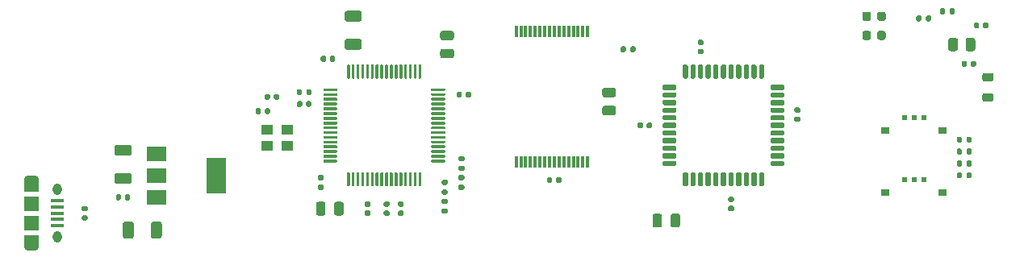
<source format=gbr>
%TF.GenerationSoftware,KiCad,Pcbnew,5.1.9+dfsg1-1~bpo10+1*%
%TF.CreationDate,2024-04-04T13:03:37+02:00*%
%TF.ProjectId,IIsiSEthernet,49497369-5345-4746-9865-726e65742e6b,rev?*%
%TF.SameCoordinates,Original*%
%TF.FileFunction,Paste,Top*%
%TF.FilePolarity,Positive*%
%FSLAX46Y46*%
G04 Gerber Fmt 4.6, Leading zero omitted, Abs format (unit mm)*
G04 Created by KiCad (PCBNEW 5.1.9+dfsg1-1~bpo10+1) date 2024-04-04 13:03:37*
%MOMM*%
%LPD*%
G01*
G04 APERTURE LIST*
%ADD10R,0.900000X0.700000*%
%ADD11R,0.600000X0.510000*%
%ADD12R,0.300000X1.300000*%
%ADD13O,0.950000X1.250000*%
%ADD14R,1.550000X1.200000*%
%ADD15O,1.550000X0.890000*%
%ADD16R,1.550000X1.500000*%
%ADD17R,1.350000X0.400000*%
%ADD18R,1.300000X1.100000*%
%ADD19R,2.000000X1.500000*%
%ADD20R,2.000000X3.800000*%
G04 APERTURE END LIST*
D10*
%TO.C,S2*%
X177000000Y-130575000D03*
X183000000Y-130575000D03*
D11*
X179000000Y-129220000D03*
X180000000Y-129220000D03*
X181000000Y-129220000D03*
%TD*%
D10*
%TO.C,S1*%
X177000000Y-137075000D03*
X183000000Y-137075000D03*
D11*
X179000000Y-135720000D03*
X180000000Y-135720000D03*
X181000000Y-135720000D03*
%TD*%
D12*
%TO.C,IC1*%
X138250000Y-120150000D03*
X138750000Y-120150000D03*
X139250000Y-120150000D03*
X139750000Y-120150000D03*
X140250000Y-120150000D03*
X140750000Y-120150000D03*
X141250000Y-120150000D03*
X141750000Y-120150000D03*
X142250000Y-120150000D03*
X142750000Y-120150000D03*
X143250000Y-120150000D03*
X143750000Y-120150000D03*
X144250000Y-120150000D03*
X144750000Y-120150000D03*
X145250000Y-120150000D03*
X145750000Y-120150000D03*
X145750000Y-133850000D03*
X145250000Y-133850000D03*
X144750000Y-133850000D03*
X144250000Y-133850000D03*
X143750000Y-133850000D03*
X143250000Y-133850000D03*
X142750000Y-133850000D03*
X142250000Y-133850000D03*
X141750000Y-133850000D03*
X141250000Y-133850000D03*
X140750000Y-133850000D03*
X140250000Y-133850000D03*
X139750000Y-133850000D03*
X139250000Y-133850000D03*
X138750000Y-133850000D03*
X138250000Y-133850000D03*
%TD*%
%TO.C,C6*%
G36*
G01*
X92805000Y-139439404D02*
X93145000Y-139439404D01*
G75*
G02*
X93285000Y-139579404I0J-140000D01*
G01*
X93285000Y-139859404D01*
G75*
G02*
X93145000Y-139999404I-140000J0D01*
G01*
X92805000Y-139999404D01*
G75*
G02*
X92665000Y-139859404I0J140000D01*
G01*
X92665000Y-139579404D01*
G75*
G02*
X92805000Y-139439404I140000J0D01*
G01*
G37*
G36*
G01*
X92805000Y-138479404D02*
X93145000Y-138479404D01*
G75*
G02*
X93285000Y-138619404I0J-140000D01*
G01*
X93285000Y-138899404D01*
G75*
G02*
X93145000Y-139039404I-140000J0D01*
G01*
X92805000Y-139039404D01*
G75*
G02*
X92665000Y-138899404I0J140000D01*
G01*
X92665000Y-138619404D01*
G75*
G02*
X92805000Y-138479404I140000J0D01*
G01*
G37*
%TD*%
D13*
%TO.C,J3*%
X90125000Y-141739404D03*
X90125000Y-136739404D03*
D14*
X87425000Y-142139404D03*
X87425000Y-136339404D03*
D15*
X87425000Y-142739404D03*
D16*
X87425000Y-140239404D03*
X87425000Y-138239404D03*
D15*
X87425000Y-135739404D03*
D17*
X90125000Y-140539404D03*
X90125000Y-139889404D03*
X90125000Y-139239404D03*
X90125000Y-138589404D03*
X90125000Y-137939404D03*
%TD*%
%TO.C,C3*%
G36*
G01*
X118250000Y-138275000D02*
X118250000Y-139225000D01*
G75*
G02*
X118000000Y-139475000I-250000J0D01*
G01*
X117500000Y-139475000D01*
G75*
G02*
X117250000Y-139225000I0J250000D01*
G01*
X117250000Y-138275000D01*
G75*
G02*
X117500000Y-138025000I250000J0D01*
G01*
X118000000Y-138025000D01*
G75*
G02*
X118250000Y-138275000I0J-250000D01*
G01*
G37*
G36*
G01*
X120150000Y-138275000D02*
X120150000Y-139225000D01*
G75*
G02*
X119900000Y-139475000I-250000J0D01*
G01*
X119400000Y-139475000D01*
G75*
G02*
X119150000Y-139225000I0J250000D01*
G01*
X119150000Y-138275000D01*
G75*
G02*
X119400000Y-138025000I250000J0D01*
G01*
X119900000Y-138025000D01*
G75*
G02*
X120150000Y-138275000I0J-250000D01*
G01*
G37*
%TD*%
%TO.C,C30*%
G36*
G01*
X175475000Y-120290000D02*
X175475000Y-120790000D01*
G75*
G02*
X175250000Y-121015000I-225000J0D01*
G01*
X174800000Y-121015000D01*
G75*
G02*
X174575000Y-120790000I0J225000D01*
G01*
X174575000Y-120290000D01*
G75*
G02*
X174800000Y-120065000I225000J0D01*
G01*
X175250000Y-120065000D01*
G75*
G02*
X175475000Y-120290000I0J-225000D01*
G01*
G37*
G36*
G01*
X177025000Y-120290000D02*
X177025000Y-120790000D01*
G75*
G02*
X176800000Y-121015000I-225000J0D01*
G01*
X176350000Y-121015000D01*
G75*
G02*
X176125000Y-120790000I0J225000D01*
G01*
X176125000Y-120290000D01*
G75*
G02*
X176350000Y-120065000I225000J0D01*
G01*
X176800000Y-120065000D01*
G75*
G02*
X177025000Y-120290000I0J-225000D01*
G01*
G37*
%TD*%
%TO.C,C29*%
G36*
G01*
X175475000Y-118290000D02*
X175475000Y-118790000D01*
G75*
G02*
X175250000Y-119015000I-225000J0D01*
G01*
X174800000Y-119015000D01*
G75*
G02*
X174575000Y-118790000I0J225000D01*
G01*
X174575000Y-118290000D01*
G75*
G02*
X174800000Y-118065000I225000J0D01*
G01*
X175250000Y-118065000D01*
G75*
G02*
X175475000Y-118290000I0J-225000D01*
G01*
G37*
G36*
G01*
X177025000Y-118290000D02*
X177025000Y-118790000D01*
G75*
G02*
X176800000Y-119015000I-225000J0D01*
G01*
X176350000Y-119015000D01*
G75*
G02*
X176125000Y-118790000I0J225000D01*
G01*
X176125000Y-118290000D01*
G75*
G02*
X176350000Y-118065000I225000J0D01*
G01*
X176800000Y-118065000D01*
G75*
G02*
X177025000Y-118290000I0J-225000D01*
G01*
G37*
%TD*%
%TO.C,R16*%
G36*
G01*
X180760000Y-118565000D02*
X180760000Y-118935000D01*
G75*
G02*
X180625000Y-119070000I-135000J0D01*
G01*
X180355000Y-119070000D01*
G75*
G02*
X180220000Y-118935000I0J135000D01*
G01*
X180220000Y-118565000D01*
G75*
G02*
X180355000Y-118430000I135000J0D01*
G01*
X180625000Y-118430000D01*
G75*
G02*
X180760000Y-118565000I0J-135000D01*
G01*
G37*
G36*
G01*
X181780000Y-118565000D02*
X181780000Y-118935000D01*
G75*
G02*
X181645000Y-119070000I-135000J0D01*
G01*
X181375000Y-119070000D01*
G75*
G02*
X181240000Y-118935000I0J135000D01*
G01*
X181240000Y-118565000D01*
G75*
G02*
X181375000Y-118430000I135000J0D01*
G01*
X181645000Y-118430000D01*
G75*
G02*
X181780000Y-118565000I0J-135000D01*
G01*
G37*
%TD*%
%TO.C,R15*%
G36*
G01*
X183260000Y-117815000D02*
X183260000Y-118185000D01*
G75*
G02*
X183125000Y-118320000I-135000J0D01*
G01*
X182855000Y-118320000D01*
G75*
G02*
X182720000Y-118185000I0J135000D01*
G01*
X182720000Y-117815000D01*
G75*
G02*
X182855000Y-117680000I135000J0D01*
G01*
X183125000Y-117680000D01*
G75*
G02*
X183260000Y-117815000I0J-135000D01*
G01*
G37*
G36*
G01*
X184280000Y-117815000D02*
X184280000Y-118185000D01*
G75*
G02*
X184145000Y-118320000I-135000J0D01*
G01*
X183875000Y-118320000D01*
G75*
G02*
X183740000Y-118185000I0J135000D01*
G01*
X183740000Y-117815000D01*
G75*
G02*
X183875000Y-117680000I135000J0D01*
G01*
X184145000Y-117680000D01*
G75*
G02*
X184280000Y-117815000I0J-135000D01*
G01*
G37*
%TD*%
%TO.C,R13*%
G36*
G01*
X185490000Y-131685000D02*
X185490000Y-131315000D01*
G75*
G02*
X185625000Y-131180000I135000J0D01*
G01*
X185895000Y-131180000D01*
G75*
G02*
X186030000Y-131315000I0J-135000D01*
G01*
X186030000Y-131685000D01*
G75*
G02*
X185895000Y-131820000I-135000J0D01*
G01*
X185625000Y-131820000D01*
G75*
G02*
X185490000Y-131685000I0J135000D01*
G01*
G37*
G36*
G01*
X184470000Y-131685000D02*
X184470000Y-131315000D01*
G75*
G02*
X184605000Y-131180000I135000J0D01*
G01*
X184875000Y-131180000D01*
G75*
G02*
X185010000Y-131315000I0J-135000D01*
G01*
X185010000Y-131685000D01*
G75*
G02*
X184875000Y-131820000I-135000J0D01*
G01*
X184605000Y-131820000D01*
G75*
G02*
X184470000Y-131685000I0J135000D01*
G01*
G37*
%TD*%
%TO.C,R12*%
G36*
G01*
X185490000Y-132935000D02*
X185490000Y-132565000D01*
G75*
G02*
X185625000Y-132430000I135000J0D01*
G01*
X185895000Y-132430000D01*
G75*
G02*
X186030000Y-132565000I0J-135000D01*
G01*
X186030000Y-132935000D01*
G75*
G02*
X185895000Y-133070000I-135000J0D01*
G01*
X185625000Y-133070000D01*
G75*
G02*
X185490000Y-132935000I0J135000D01*
G01*
G37*
G36*
G01*
X184470000Y-132935000D02*
X184470000Y-132565000D01*
G75*
G02*
X184605000Y-132430000I135000J0D01*
G01*
X184875000Y-132430000D01*
G75*
G02*
X185010000Y-132565000I0J-135000D01*
G01*
X185010000Y-132935000D01*
G75*
G02*
X184875000Y-133070000I-135000J0D01*
G01*
X184605000Y-133070000D01*
G75*
G02*
X184470000Y-132935000I0J135000D01*
G01*
G37*
%TD*%
%TO.C,R11*%
G36*
G01*
X185490000Y-135435000D02*
X185490000Y-135065000D01*
G75*
G02*
X185625000Y-134930000I135000J0D01*
G01*
X185895000Y-134930000D01*
G75*
G02*
X186030000Y-135065000I0J-135000D01*
G01*
X186030000Y-135435000D01*
G75*
G02*
X185895000Y-135570000I-135000J0D01*
G01*
X185625000Y-135570000D01*
G75*
G02*
X185490000Y-135435000I0J135000D01*
G01*
G37*
G36*
G01*
X184470000Y-135435000D02*
X184470000Y-135065000D01*
G75*
G02*
X184605000Y-134930000I135000J0D01*
G01*
X184875000Y-134930000D01*
G75*
G02*
X185010000Y-135065000I0J-135000D01*
G01*
X185010000Y-135435000D01*
G75*
G02*
X184875000Y-135570000I-135000J0D01*
G01*
X184605000Y-135570000D01*
G75*
G02*
X184470000Y-135435000I0J135000D01*
G01*
G37*
%TD*%
%TO.C,R1*%
G36*
G01*
X185490000Y-134185000D02*
X185490000Y-133815000D01*
G75*
G02*
X185625000Y-133680000I135000J0D01*
G01*
X185895000Y-133680000D01*
G75*
G02*
X186030000Y-133815000I0J-135000D01*
G01*
X186030000Y-134185000D01*
G75*
G02*
X185895000Y-134320000I-135000J0D01*
G01*
X185625000Y-134320000D01*
G75*
G02*
X185490000Y-134185000I0J135000D01*
G01*
G37*
G36*
G01*
X184470000Y-134185000D02*
X184470000Y-133815000D01*
G75*
G02*
X184605000Y-133680000I135000J0D01*
G01*
X184875000Y-133680000D01*
G75*
G02*
X185010000Y-133815000I0J-135000D01*
G01*
X185010000Y-134185000D01*
G75*
G02*
X184875000Y-134320000I-135000J0D01*
G01*
X184605000Y-134320000D01*
G75*
G02*
X184470000Y-134185000I0J135000D01*
G01*
G37*
%TD*%
%TO.C,C8*%
G36*
G01*
X154450000Y-140475000D02*
X154450000Y-139525000D01*
G75*
G02*
X154700000Y-139275000I250000J0D01*
G01*
X155200000Y-139275000D01*
G75*
G02*
X155450000Y-139525000I0J-250000D01*
G01*
X155450000Y-140475000D01*
G75*
G02*
X155200000Y-140725000I-250000J0D01*
G01*
X154700000Y-140725000D01*
G75*
G02*
X154450000Y-140475000I0J250000D01*
G01*
G37*
G36*
G01*
X152550000Y-140475000D02*
X152550000Y-139525000D01*
G75*
G02*
X152800000Y-139275000I250000J0D01*
G01*
X153300000Y-139275000D01*
G75*
G02*
X153550000Y-139525000I0J-250000D01*
G01*
X153550000Y-140475000D01*
G75*
G02*
X153300000Y-140725000I-250000J0D01*
G01*
X152800000Y-140725000D01*
G75*
G02*
X152550000Y-140475000I0J250000D01*
G01*
G37*
%TD*%
%TO.C,C7*%
G36*
G01*
X148475000Y-127050000D02*
X147525000Y-127050000D01*
G75*
G02*
X147275000Y-126800000I0J250000D01*
G01*
X147275000Y-126300000D01*
G75*
G02*
X147525000Y-126050000I250000J0D01*
G01*
X148475000Y-126050000D01*
G75*
G02*
X148725000Y-126300000I0J-250000D01*
G01*
X148725000Y-126800000D01*
G75*
G02*
X148475000Y-127050000I-250000J0D01*
G01*
G37*
G36*
G01*
X148475000Y-128950000D02*
X147525000Y-128950000D01*
G75*
G02*
X147275000Y-128700000I0J250000D01*
G01*
X147275000Y-128200000D01*
G75*
G02*
X147525000Y-127950000I250000J0D01*
G01*
X148475000Y-127950000D01*
G75*
G02*
X148725000Y-128200000I0J-250000D01*
G01*
X148725000Y-128700000D01*
G75*
G02*
X148475000Y-128950000I-250000J0D01*
G01*
G37*
%TD*%
%TO.C,C28*%
G36*
G01*
X131475000Y-121050000D02*
X130525000Y-121050000D01*
G75*
G02*
X130275000Y-120800000I0J250000D01*
G01*
X130275000Y-120300000D01*
G75*
G02*
X130525000Y-120050000I250000J0D01*
G01*
X131475000Y-120050000D01*
G75*
G02*
X131725000Y-120300000I0J-250000D01*
G01*
X131725000Y-120800000D01*
G75*
G02*
X131475000Y-121050000I-250000J0D01*
G01*
G37*
G36*
G01*
X131475000Y-122950000D02*
X130525000Y-122950000D01*
G75*
G02*
X130275000Y-122700000I0J250000D01*
G01*
X130275000Y-122200000D01*
G75*
G02*
X130525000Y-121950000I250000J0D01*
G01*
X131475000Y-121950000D01*
G75*
G02*
X131725000Y-122200000I0J-250000D01*
G01*
X131725000Y-122700000D01*
G75*
G02*
X131475000Y-122950000I-250000J0D01*
G01*
G37*
%TD*%
%TO.C,C17*%
G36*
G01*
X121800001Y-119100000D02*
X120499999Y-119100000D01*
G75*
G02*
X120250000Y-118850001I0J249999D01*
G01*
X120250000Y-118199999D01*
G75*
G02*
X120499999Y-117950000I249999J0D01*
G01*
X121800001Y-117950000D01*
G75*
G02*
X122050000Y-118199999I0J-249999D01*
G01*
X122050000Y-118850001D01*
G75*
G02*
X121800001Y-119100000I-249999J0D01*
G01*
G37*
G36*
G01*
X121800001Y-122050000D02*
X120499999Y-122050000D01*
G75*
G02*
X120250000Y-121800001I0J249999D01*
G01*
X120250000Y-121149999D01*
G75*
G02*
X120499999Y-120900000I249999J0D01*
G01*
X121800001Y-120900000D01*
G75*
G02*
X122050000Y-121149999I0J-249999D01*
G01*
X122050000Y-121800001D01*
G75*
G02*
X121800001Y-122050000I-249999J0D01*
G01*
G37*
%TD*%
%TO.C,C4*%
G36*
G01*
X98119000Y-140349999D02*
X98119000Y-141650001D01*
G75*
G02*
X97869001Y-141900000I-249999J0D01*
G01*
X97218999Y-141900000D01*
G75*
G02*
X96969000Y-141650001I0J249999D01*
G01*
X96969000Y-140349999D01*
G75*
G02*
X97218999Y-140100000I249999J0D01*
G01*
X97869001Y-140100000D01*
G75*
G02*
X98119000Y-140349999I0J-249999D01*
G01*
G37*
G36*
G01*
X101069000Y-140349999D02*
X101069000Y-141650001D01*
G75*
G02*
X100819001Y-141900000I-249999J0D01*
G01*
X100168999Y-141900000D01*
G75*
G02*
X99919000Y-141650001I0J249999D01*
G01*
X99919000Y-140349999D01*
G75*
G02*
X100168999Y-140100000I249999J0D01*
G01*
X100819001Y-140100000D01*
G75*
G02*
X101069000Y-140349999I0J-249999D01*
G01*
G37*
%TD*%
%TO.C,C21*%
G36*
G01*
X97650001Y-133200000D02*
X96349999Y-133200000D01*
G75*
G02*
X96100000Y-132950001I0J249999D01*
G01*
X96100000Y-132299999D01*
G75*
G02*
X96349999Y-132050000I249999J0D01*
G01*
X97650001Y-132050000D01*
G75*
G02*
X97900000Y-132299999I0J-249999D01*
G01*
X97900000Y-132950001D01*
G75*
G02*
X97650001Y-133200000I-249999J0D01*
G01*
G37*
G36*
G01*
X97650001Y-136150000D02*
X96349999Y-136150000D01*
G75*
G02*
X96100000Y-135900001I0J249999D01*
G01*
X96100000Y-135249999D01*
G75*
G02*
X96349999Y-135000000I249999J0D01*
G01*
X97650001Y-135000000D01*
G75*
G02*
X97900000Y-135249999I0J-249999D01*
G01*
X97900000Y-135900001D01*
G75*
G02*
X97650001Y-136150000I-249999J0D01*
G01*
G37*
%TD*%
%TO.C,C5*%
G36*
G01*
X142430000Y-135920000D02*
X142430000Y-135580000D01*
G75*
G02*
X142570000Y-135440000I140000J0D01*
G01*
X142850000Y-135440000D01*
G75*
G02*
X142990000Y-135580000I0J-140000D01*
G01*
X142990000Y-135920000D01*
G75*
G02*
X142850000Y-136060000I-140000J0D01*
G01*
X142570000Y-136060000D01*
G75*
G02*
X142430000Y-135920000I0J140000D01*
G01*
G37*
G36*
G01*
X141470000Y-135920000D02*
X141470000Y-135580000D01*
G75*
G02*
X141610000Y-135440000I140000J0D01*
G01*
X141890000Y-135440000D01*
G75*
G02*
X142030000Y-135580000I0J-140000D01*
G01*
X142030000Y-135920000D01*
G75*
G02*
X141890000Y-136060000I-140000J0D01*
G01*
X141610000Y-136060000D01*
G75*
G02*
X141470000Y-135920000I0J140000D01*
G01*
G37*
%TD*%
%TO.C,C2*%
G36*
G01*
X160630000Y-138450000D02*
X160970000Y-138450000D01*
G75*
G02*
X161110000Y-138590000I0J-140000D01*
G01*
X161110000Y-138870000D01*
G75*
G02*
X160970000Y-139010000I-140000J0D01*
G01*
X160630000Y-139010000D01*
G75*
G02*
X160490000Y-138870000I0J140000D01*
G01*
X160490000Y-138590000D01*
G75*
G02*
X160630000Y-138450000I140000J0D01*
G01*
G37*
G36*
G01*
X160630000Y-137490000D02*
X160970000Y-137490000D01*
G75*
G02*
X161110000Y-137630000I0J-140000D01*
G01*
X161110000Y-137910000D01*
G75*
G02*
X160970000Y-138050000I-140000J0D01*
G01*
X160630000Y-138050000D01*
G75*
G02*
X160490000Y-137910000I0J140000D01*
G01*
X160490000Y-137630000D01*
G75*
G02*
X160630000Y-137490000I140000J0D01*
G01*
G37*
%TD*%
%TO.C,U2*%
G36*
G01*
X165062500Y-125725000D02*
X166262500Y-125725000D01*
G75*
G02*
X166400000Y-125862500I0J-137500D01*
G01*
X166400000Y-126137500D01*
G75*
G02*
X166262500Y-126275000I-137500J0D01*
G01*
X165062500Y-126275000D01*
G75*
G02*
X164925000Y-126137500I0J137500D01*
G01*
X164925000Y-125862500D01*
G75*
G02*
X165062500Y-125725000I137500J0D01*
G01*
G37*
G36*
G01*
X165062500Y-126525000D02*
X166262500Y-126525000D01*
G75*
G02*
X166400000Y-126662500I0J-137500D01*
G01*
X166400000Y-126937500D01*
G75*
G02*
X166262500Y-127075000I-137500J0D01*
G01*
X165062500Y-127075000D01*
G75*
G02*
X164925000Y-126937500I0J137500D01*
G01*
X164925000Y-126662500D01*
G75*
G02*
X165062500Y-126525000I137500J0D01*
G01*
G37*
G36*
G01*
X165062500Y-127325000D02*
X166262500Y-127325000D01*
G75*
G02*
X166400000Y-127462500I0J-137500D01*
G01*
X166400000Y-127737500D01*
G75*
G02*
X166262500Y-127875000I-137500J0D01*
G01*
X165062500Y-127875000D01*
G75*
G02*
X164925000Y-127737500I0J137500D01*
G01*
X164925000Y-127462500D01*
G75*
G02*
X165062500Y-127325000I137500J0D01*
G01*
G37*
G36*
G01*
X165062500Y-128125000D02*
X166262500Y-128125000D01*
G75*
G02*
X166400000Y-128262500I0J-137500D01*
G01*
X166400000Y-128537500D01*
G75*
G02*
X166262500Y-128675000I-137500J0D01*
G01*
X165062500Y-128675000D01*
G75*
G02*
X164925000Y-128537500I0J137500D01*
G01*
X164925000Y-128262500D01*
G75*
G02*
X165062500Y-128125000I137500J0D01*
G01*
G37*
G36*
G01*
X165062500Y-128925000D02*
X166262500Y-128925000D01*
G75*
G02*
X166400000Y-129062500I0J-137500D01*
G01*
X166400000Y-129337500D01*
G75*
G02*
X166262500Y-129475000I-137500J0D01*
G01*
X165062500Y-129475000D01*
G75*
G02*
X164925000Y-129337500I0J137500D01*
G01*
X164925000Y-129062500D01*
G75*
G02*
X165062500Y-128925000I137500J0D01*
G01*
G37*
G36*
G01*
X165062500Y-129725000D02*
X166262500Y-129725000D01*
G75*
G02*
X166400000Y-129862500I0J-137500D01*
G01*
X166400000Y-130137500D01*
G75*
G02*
X166262500Y-130275000I-137500J0D01*
G01*
X165062500Y-130275000D01*
G75*
G02*
X164925000Y-130137500I0J137500D01*
G01*
X164925000Y-129862500D01*
G75*
G02*
X165062500Y-129725000I137500J0D01*
G01*
G37*
G36*
G01*
X165062500Y-130525000D02*
X166262500Y-130525000D01*
G75*
G02*
X166400000Y-130662500I0J-137500D01*
G01*
X166400000Y-130937500D01*
G75*
G02*
X166262500Y-131075000I-137500J0D01*
G01*
X165062500Y-131075000D01*
G75*
G02*
X164925000Y-130937500I0J137500D01*
G01*
X164925000Y-130662500D01*
G75*
G02*
X165062500Y-130525000I137500J0D01*
G01*
G37*
G36*
G01*
X165062500Y-131325000D02*
X166262500Y-131325000D01*
G75*
G02*
X166400000Y-131462500I0J-137500D01*
G01*
X166400000Y-131737500D01*
G75*
G02*
X166262500Y-131875000I-137500J0D01*
G01*
X165062500Y-131875000D01*
G75*
G02*
X164925000Y-131737500I0J137500D01*
G01*
X164925000Y-131462500D01*
G75*
G02*
X165062500Y-131325000I137500J0D01*
G01*
G37*
G36*
G01*
X165062500Y-132125000D02*
X166262500Y-132125000D01*
G75*
G02*
X166400000Y-132262500I0J-137500D01*
G01*
X166400000Y-132537500D01*
G75*
G02*
X166262500Y-132675000I-137500J0D01*
G01*
X165062500Y-132675000D01*
G75*
G02*
X164925000Y-132537500I0J137500D01*
G01*
X164925000Y-132262500D01*
G75*
G02*
X165062500Y-132125000I137500J0D01*
G01*
G37*
G36*
G01*
X165062500Y-132925000D02*
X166262500Y-132925000D01*
G75*
G02*
X166400000Y-133062500I0J-137500D01*
G01*
X166400000Y-133337500D01*
G75*
G02*
X166262500Y-133475000I-137500J0D01*
G01*
X165062500Y-133475000D01*
G75*
G02*
X164925000Y-133337500I0J137500D01*
G01*
X164925000Y-133062500D01*
G75*
G02*
X165062500Y-132925000I137500J0D01*
G01*
G37*
G36*
G01*
X165062500Y-133725000D02*
X166262500Y-133725000D01*
G75*
G02*
X166400000Y-133862500I0J-137500D01*
G01*
X166400000Y-134137500D01*
G75*
G02*
X166262500Y-134275000I-137500J0D01*
G01*
X165062500Y-134275000D01*
G75*
G02*
X164925000Y-134137500I0J137500D01*
G01*
X164925000Y-133862500D01*
G75*
G02*
X165062500Y-133725000I137500J0D01*
G01*
G37*
G36*
G01*
X163862500Y-134925000D02*
X164137500Y-134925000D01*
G75*
G02*
X164275000Y-135062500I0J-137500D01*
G01*
X164275000Y-136262500D01*
G75*
G02*
X164137500Y-136400000I-137500J0D01*
G01*
X163862500Y-136400000D01*
G75*
G02*
X163725000Y-136262500I0J137500D01*
G01*
X163725000Y-135062500D01*
G75*
G02*
X163862500Y-134925000I137500J0D01*
G01*
G37*
G36*
G01*
X163062500Y-134925000D02*
X163337500Y-134925000D01*
G75*
G02*
X163475000Y-135062500I0J-137500D01*
G01*
X163475000Y-136262500D01*
G75*
G02*
X163337500Y-136400000I-137500J0D01*
G01*
X163062500Y-136400000D01*
G75*
G02*
X162925000Y-136262500I0J137500D01*
G01*
X162925000Y-135062500D01*
G75*
G02*
X163062500Y-134925000I137500J0D01*
G01*
G37*
G36*
G01*
X162262500Y-134925000D02*
X162537500Y-134925000D01*
G75*
G02*
X162675000Y-135062500I0J-137500D01*
G01*
X162675000Y-136262500D01*
G75*
G02*
X162537500Y-136400000I-137500J0D01*
G01*
X162262500Y-136400000D01*
G75*
G02*
X162125000Y-136262500I0J137500D01*
G01*
X162125000Y-135062500D01*
G75*
G02*
X162262500Y-134925000I137500J0D01*
G01*
G37*
G36*
G01*
X161462500Y-134925000D02*
X161737500Y-134925000D01*
G75*
G02*
X161875000Y-135062500I0J-137500D01*
G01*
X161875000Y-136262500D01*
G75*
G02*
X161737500Y-136400000I-137500J0D01*
G01*
X161462500Y-136400000D01*
G75*
G02*
X161325000Y-136262500I0J137500D01*
G01*
X161325000Y-135062500D01*
G75*
G02*
X161462500Y-134925000I137500J0D01*
G01*
G37*
G36*
G01*
X160662500Y-134925000D02*
X160937500Y-134925000D01*
G75*
G02*
X161075000Y-135062500I0J-137500D01*
G01*
X161075000Y-136262500D01*
G75*
G02*
X160937500Y-136400000I-137500J0D01*
G01*
X160662500Y-136400000D01*
G75*
G02*
X160525000Y-136262500I0J137500D01*
G01*
X160525000Y-135062500D01*
G75*
G02*
X160662500Y-134925000I137500J0D01*
G01*
G37*
G36*
G01*
X159862500Y-134925000D02*
X160137500Y-134925000D01*
G75*
G02*
X160275000Y-135062500I0J-137500D01*
G01*
X160275000Y-136262500D01*
G75*
G02*
X160137500Y-136400000I-137500J0D01*
G01*
X159862500Y-136400000D01*
G75*
G02*
X159725000Y-136262500I0J137500D01*
G01*
X159725000Y-135062500D01*
G75*
G02*
X159862500Y-134925000I137500J0D01*
G01*
G37*
G36*
G01*
X159062500Y-134925000D02*
X159337500Y-134925000D01*
G75*
G02*
X159475000Y-135062500I0J-137500D01*
G01*
X159475000Y-136262500D01*
G75*
G02*
X159337500Y-136400000I-137500J0D01*
G01*
X159062500Y-136400000D01*
G75*
G02*
X158925000Y-136262500I0J137500D01*
G01*
X158925000Y-135062500D01*
G75*
G02*
X159062500Y-134925000I137500J0D01*
G01*
G37*
G36*
G01*
X158262500Y-134925000D02*
X158537500Y-134925000D01*
G75*
G02*
X158675000Y-135062500I0J-137500D01*
G01*
X158675000Y-136262500D01*
G75*
G02*
X158537500Y-136400000I-137500J0D01*
G01*
X158262500Y-136400000D01*
G75*
G02*
X158125000Y-136262500I0J137500D01*
G01*
X158125000Y-135062500D01*
G75*
G02*
X158262500Y-134925000I137500J0D01*
G01*
G37*
G36*
G01*
X157462500Y-134925000D02*
X157737500Y-134925000D01*
G75*
G02*
X157875000Y-135062500I0J-137500D01*
G01*
X157875000Y-136262500D01*
G75*
G02*
X157737500Y-136400000I-137500J0D01*
G01*
X157462500Y-136400000D01*
G75*
G02*
X157325000Y-136262500I0J137500D01*
G01*
X157325000Y-135062500D01*
G75*
G02*
X157462500Y-134925000I137500J0D01*
G01*
G37*
G36*
G01*
X156662500Y-134925000D02*
X156937500Y-134925000D01*
G75*
G02*
X157075000Y-135062500I0J-137500D01*
G01*
X157075000Y-136262500D01*
G75*
G02*
X156937500Y-136400000I-137500J0D01*
G01*
X156662500Y-136400000D01*
G75*
G02*
X156525000Y-136262500I0J137500D01*
G01*
X156525000Y-135062500D01*
G75*
G02*
X156662500Y-134925000I137500J0D01*
G01*
G37*
G36*
G01*
X155862500Y-134925000D02*
X156137500Y-134925000D01*
G75*
G02*
X156275000Y-135062500I0J-137500D01*
G01*
X156275000Y-136262500D01*
G75*
G02*
X156137500Y-136400000I-137500J0D01*
G01*
X155862500Y-136400000D01*
G75*
G02*
X155725000Y-136262500I0J137500D01*
G01*
X155725000Y-135062500D01*
G75*
G02*
X155862500Y-134925000I137500J0D01*
G01*
G37*
G36*
G01*
X153737500Y-133725000D02*
X154937500Y-133725000D01*
G75*
G02*
X155075000Y-133862500I0J-137500D01*
G01*
X155075000Y-134137500D01*
G75*
G02*
X154937500Y-134275000I-137500J0D01*
G01*
X153737500Y-134275000D01*
G75*
G02*
X153600000Y-134137500I0J137500D01*
G01*
X153600000Y-133862500D01*
G75*
G02*
X153737500Y-133725000I137500J0D01*
G01*
G37*
G36*
G01*
X153737500Y-132925000D02*
X154937500Y-132925000D01*
G75*
G02*
X155075000Y-133062500I0J-137500D01*
G01*
X155075000Y-133337500D01*
G75*
G02*
X154937500Y-133475000I-137500J0D01*
G01*
X153737500Y-133475000D01*
G75*
G02*
X153600000Y-133337500I0J137500D01*
G01*
X153600000Y-133062500D01*
G75*
G02*
X153737500Y-132925000I137500J0D01*
G01*
G37*
G36*
G01*
X153737500Y-132125000D02*
X154937500Y-132125000D01*
G75*
G02*
X155075000Y-132262500I0J-137500D01*
G01*
X155075000Y-132537500D01*
G75*
G02*
X154937500Y-132675000I-137500J0D01*
G01*
X153737500Y-132675000D01*
G75*
G02*
X153600000Y-132537500I0J137500D01*
G01*
X153600000Y-132262500D01*
G75*
G02*
X153737500Y-132125000I137500J0D01*
G01*
G37*
G36*
G01*
X153737500Y-131325000D02*
X154937500Y-131325000D01*
G75*
G02*
X155075000Y-131462500I0J-137500D01*
G01*
X155075000Y-131737500D01*
G75*
G02*
X154937500Y-131875000I-137500J0D01*
G01*
X153737500Y-131875000D01*
G75*
G02*
X153600000Y-131737500I0J137500D01*
G01*
X153600000Y-131462500D01*
G75*
G02*
X153737500Y-131325000I137500J0D01*
G01*
G37*
G36*
G01*
X153737500Y-130525000D02*
X154937500Y-130525000D01*
G75*
G02*
X155075000Y-130662500I0J-137500D01*
G01*
X155075000Y-130937500D01*
G75*
G02*
X154937500Y-131075000I-137500J0D01*
G01*
X153737500Y-131075000D01*
G75*
G02*
X153600000Y-130937500I0J137500D01*
G01*
X153600000Y-130662500D01*
G75*
G02*
X153737500Y-130525000I137500J0D01*
G01*
G37*
G36*
G01*
X153737500Y-129725000D02*
X154937500Y-129725000D01*
G75*
G02*
X155075000Y-129862500I0J-137500D01*
G01*
X155075000Y-130137500D01*
G75*
G02*
X154937500Y-130275000I-137500J0D01*
G01*
X153737500Y-130275000D01*
G75*
G02*
X153600000Y-130137500I0J137500D01*
G01*
X153600000Y-129862500D01*
G75*
G02*
X153737500Y-129725000I137500J0D01*
G01*
G37*
G36*
G01*
X153737500Y-128925000D02*
X154937500Y-128925000D01*
G75*
G02*
X155075000Y-129062500I0J-137500D01*
G01*
X155075000Y-129337500D01*
G75*
G02*
X154937500Y-129475000I-137500J0D01*
G01*
X153737500Y-129475000D01*
G75*
G02*
X153600000Y-129337500I0J137500D01*
G01*
X153600000Y-129062500D01*
G75*
G02*
X153737500Y-128925000I137500J0D01*
G01*
G37*
G36*
G01*
X153737500Y-128125000D02*
X154937500Y-128125000D01*
G75*
G02*
X155075000Y-128262500I0J-137500D01*
G01*
X155075000Y-128537500D01*
G75*
G02*
X154937500Y-128675000I-137500J0D01*
G01*
X153737500Y-128675000D01*
G75*
G02*
X153600000Y-128537500I0J137500D01*
G01*
X153600000Y-128262500D01*
G75*
G02*
X153737500Y-128125000I137500J0D01*
G01*
G37*
G36*
G01*
X153737500Y-127325000D02*
X154937500Y-127325000D01*
G75*
G02*
X155075000Y-127462500I0J-137500D01*
G01*
X155075000Y-127737500D01*
G75*
G02*
X154937500Y-127875000I-137500J0D01*
G01*
X153737500Y-127875000D01*
G75*
G02*
X153600000Y-127737500I0J137500D01*
G01*
X153600000Y-127462500D01*
G75*
G02*
X153737500Y-127325000I137500J0D01*
G01*
G37*
G36*
G01*
X153737500Y-126525000D02*
X154937500Y-126525000D01*
G75*
G02*
X155075000Y-126662500I0J-137500D01*
G01*
X155075000Y-126937500D01*
G75*
G02*
X154937500Y-127075000I-137500J0D01*
G01*
X153737500Y-127075000D01*
G75*
G02*
X153600000Y-126937500I0J137500D01*
G01*
X153600000Y-126662500D01*
G75*
G02*
X153737500Y-126525000I137500J0D01*
G01*
G37*
G36*
G01*
X153737500Y-125725000D02*
X154937500Y-125725000D01*
G75*
G02*
X155075000Y-125862500I0J-137500D01*
G01*
X155075000Y-126137500D01*
G75*
G02*
X154937500Y-126275000I-137500J0D01*
G01*
X153737500Y-126275000D01*
G75*
G02*
X153600000Y-126137500I0J137500D01*
G01*
X153600000Y-125862500D01*
G75*
G02*
X153737500Y-125725000I137500J0D01*
G01*
G37*
G36*
G01*
X155862500Y-123600000D02*
X156137500Y-123600000D01*
G75*
G02*
X156275000Y-123737500I0J-137500D01*
G01*
X156275000Y-124937500D01*
G75*
G02*
X156137500Y-125075000I-137500J0D01*
G01*
X155862500Y-125075000D01*
G75*
G02*
X155725000Y-124937500I0J137500D01*
G01*
X155725000Y-123737500D01*
G75*
G02*
X155862500Y-123600000I137500J0D01*
G01*
G37*
G36*
G01*
X156662500Y-123600000D02*
X156937500Y-123600000D01*
G75*
G02*
X157075000Y-123737500I0J-137500D01*
G01*
X157075000Y-124937500D01*
G75*
G02*
X156937500Y-125075000I-137500J0D01*
G01*
X156662500Y-125075000D01*
G75*
G02*
X156525000Y-124937500I0J137500D01*
G01*
X156525000Y-123737500D01*
G75*
G02*
X156662500Y-123600000I137500J0D01*
G01*
G37*
G36*
G01*
X157462500Y-123600000D02*
X157737500Y-123600000D01*
G75*
G02*
X157875000Y-123737500I0J-137500D01*
G01*
X157875000Y-124937500D01*
G75*
G02*
X157737500Y-125075000I-137500J0D01*
G01*
X157462500Y-125075000D01*
G75*
G02*
X157325000Y-124937500I0J137500D01*
G01*
X157325000Y-123737500D01*
G75*
G02*
X157462500Y-123600000I137500J0D01*
G01*
G37*
G36*
G01*
X158262500Y-123600000D02*
X158537500Y-123600000D01*
G75*
G02*
X158675000Y-123737500I0J-137500D01*
G01*
X158675000Y-124937500D01*
G75*
G02*
X158537500Y-125075000I-137500J0D01*
G01*
X158262500Y-125075000D01*
G75*
G02*
X158125000Y-124937500I0J137500D01*
G01*
X158125000Y-123737500D01*
G75*
G02*
X158262500Y-123600000I137500J0D01*
G01*
G37*
G36*
G01*
X159062500Y-123600000D02*
X159337500Y-123600000D01*
G75*
G02*
X159475000Y-123737500I0J-137500D01*
G01*
X159475000Y-124937500D01*
G75*
G02*
X159337500Y-125075000I-137500J0D01*
G01*
X159062500Y-125075000D01*
G75*
G02*
X158925000Y-124937500I0J137500D01*
G01*
X158925000Y-123737500D01*
G75*
G02*
X159062500Y-123600000I137500J0D01*
G01*
G37*
G36*
G01*
X159862500Y-123600000D02*
X160137500Y-123600000D01*
G75*
G02*
X160275000Y-123737500I0J-137500D01*
G01*
X160275000Y-124937500D01*
G75*
G02*
X160137500Y-125075000I-137500J0D01*
G01*
X159862500Y-125075000D01*
G75*
G02*
X159725000Y-124937500I0J137500D01*
G01*
X159725000Y-123737500D01*
G75*
G02*
X159862500Y-123600000I137500J0D01*
G01*
G37*
G36*
G01*
X160662500Y-123600000D02*
X160937500Y-123600000D01*
G75*
G02*
X161075000Y-123737500I0J-137500D01*
G01*
X161075000Y-124937500D01*
G75*
G02*
X160937500Y-125075000I-137500J0D01*
G01*
X160662500Y-125075000D01*
G75*
G02*
X160525000Y-124937500I0J137500D01*
G01*
X160525000Y-123737500D01*
G75*
G02*
X160662500Y-123600000I137500J0D01*
G01*
G37*
G36*
G01*
X161462500Y-123600000D02*
X161737500Y-123600000D01*
G75*
G02*
X161875000Y-123737500I0J-137500D01*
G01*
X161875000Y-124937500D01*
G75*
G02*
X161737500Y-125075000I-137500J0D01*
G01*
X161462500Y-125075000D01*
G75*
G02*
X161325000Y-124937500I0J137500D01*
G01*
X161325000Y-123737500D01*
G75*
G02*
X161462500Y-123600000I137500J0D01*
G01*
G37*
G36*
G01*
X162262500Y-123600000D02*
X162537500Y-123600000D01*
G75*
G02*
X162675000Y-123737500I0J-137500D01*
G01*
X162675000Y-124937500D01*
G75*
G02*
X162537500Y-125075000I-137500J0D01*
G01*
X162262500Y-125075000D01*
G75*
G02*
X162125000Y-124937500I0J137500D01*
G01*
X162125000Y-123737500D01*
G75*
G02*
X162262500Y-123600000I137500J0D01*
G01*
G37*
G36*
G01*
X163062500Y-123600000D02*
X163337500Y-123600000D01*
G75*
G02*
X163475000Y-123737500I0J-137500D01*
G01*
X163475000Y-124937500D01*
G75*
G02*
X163337500Y-125075000I-137500J0D01*
G01*
X163062500Y-125075000D01*
G75*
G02*
X162925000Y-124937500I0J137500D01*
G01*
X162925000Y-123737500D01*
G75*
G02*
X163062500Y-123600000I137500J0D01*
G01*
G37*
G36*
G01*
X163862500Y-123600000D02*
X164137500Y-123600000D01*
G75*
G02*
X164275000Y-123737500I0J-137500D01*
G01*
X164275000Y-124937500D01*
G75*
G02*
X164137500Y-125075000I-137500J0D01*
G01*
X163862500Y-125075000D01*
G75*
G02*
X163725000Y-124937500I0J137500D01*
G01*
X163725000Y-123737500D01*
G75*
G02*
X163862500Y-123600000I137500J0D01*
G01*
G37*
%TD*%
%TO.C,U3*%
G36*
G01*
X120500000Y-125000000D02*
X120500000Y-123675000D01*
G75*
G02*
X120575000Y-123600000I75000J0D01*
G01*
X120725000Y-123600000D01*
G75*
G02*
X120800000Y-123675000I0J-75000D01*
G01*
X120800000Y-125000000D01*
G75*
G02*
X120725000Y-125075000I-75000J0D01*
G01*
X120575000Y-125075000D01*
G75*
G02*
X120500000Y-125000000I0J75000D01*
G01*
G37*
G36*
G01*
X121000000Y-125000000D02*
X121000000Y-123675000D01*
G75*
G02*
X121075000Y-123600000I75000J0D01*
G01*
X121225000Y-123600000D01*
G75*
G02*
X121300000Y-123675000I0J-75000D01*
G01*
X121300000Y-125000000D01*
G75*
G02*
X121225000Y-125075000I-75000J0D01*
G01*
X121075000Y-125075000D01*
G75*
G02*
X121000000Y-125000000I0J75000D01*
G01*
G37*
G36*
G01*
X121500000Y-125000000D02*
X121500000Y-123675000D01*
G75*
G02*
X121575000Y-123600000I75000J0D01*
G01*
X121725000Y-123600000D01*
G75*
G02*
X121800000Y-123675000I0J-75000D01*
G01*
X121800000Y-125000000D01*
G75*
G02*
X121725000Y-125075000I-75000J0D01*
G01*
X121575000Y-125075000D01*
G75*
G02*
X121500000Y-125000000I0J75000D01*
G01*
G37*
G36*
G01*
X122000000Y-125000000D02*
X122000000Y-123675000D01*
G75*
G02*
X122075000Y-123600000I75000J0D01*
G01*
X122225000Y-123600000D01*
G75*
G02*
X122300000Y-123675000I0J-75000D01*
G01*
X122300000Y-125000000D01*
G75*
G02*
X122225000Y-125075000I-75000J0D01*
G01*
X122075000Y-125075000D01*
G75*
G02*
X122000000Y-125000000I0J75000D01*
G01*
G37*
G36*
G01*
X122500000Y-125000000D02*
X122500000Y-123675000D01*
G75*
G02*
X122575000Y-123600000I75000J0D01*
G01*
X122725000Y-123600000D01*
G75*
G02*
X122800000Y-123675000I0J-75000D01*
G01*
X122800000Y-125000000D01*
G75*
G02*
X122725000Y-125075000I-75000J0D01*
G01*
X122575000Y-125075000D01*
G75*
G02*
X122500000Y-125000000I0J75000D01*
G01*
G37*
G36*
G01*
X123000000Y-125000000D02*
X123000000Y-123675000D01*
G75*
G02*
X123075000Y-123600000I75000J0D01*
G01*
X123225000Y-123600000D01*
G75*
G02*
X123300000Y-123675000I0J-75000D01*
G01*
X123300000Y-125000000D01*
G75*
G02*
X123225000Y-125075000I-75000J0D01*
G01*
X123075000Y-125075000D01*
G75*
G02*
X123000000Y-125000000I0J75000D01*
G01*
G37*
G36*
G01*
X123500000Y-125000000D02*
X123500000Y-123675000D01*
G75*
G02*
X123575000Y-123600000I75000J0D01*
G01*
X123725000Y-123600000D01*
G75*
G02*
X123800000Y-123675000I0J-75000D01*
G01*
X123800000Y-125000000D01*
G75*
G02*
X123725000Y-125075000I-75000J0D01*
G01*
X123575000Y-125075000D01*
G75*
G02*
X123500000Y-125000000I0J75000D01*
G01*
G37*
G36*
G01*
X124000000Y-125000000D02*
X124000000Y-123675000D01*
G75*
G02*
X124075000Y-123600000I75000J0D01*
G01*
X124225000Y-123600000D01*
G75*
G02*
X124300000Y-123675000I0J-75000D01*
G01*
X124300000Y-125000000D01*
G75*
G02*
X124225000Y-125075000I-75000J0D01*
G01*
X124075000Y-125075000D01*
G75*
G02*
X124000000Y-125000000I0J75000D01*
G01*
G37*
G36*
G01*
X124500000Y-125000000D02*
X124500000Y-123675000D01*
G75*
G02*
X124575000Y-123600000I75000J0D01*
G01*
X124725000Y-123600000D01*
G75*
G02*
X124800000Y-123675000I0J-75000D01*
G01*
X124800000Y-125000000D01*
G75*
G02*
X124725000Y-125075000I-75000J0D01*
G01*
X124575000Y-125075000D01*
G75*
G02*
X124500000Y-125000000I0J75000D01*
G01*
G37*
G36*
G01*
X125000000Y-125000000D02*
X125000000Y-123675000D01*
G75*
G02*
X125075000Y-123600000I75000J0D01*
G01*
X125225000Y-123600000D01*
G75*
G02*
X125300000Y-123675000I0J-75000D01*
G01*
X125300000Y-125000000D01*
G75*
G02*
X125225000Y-125075000I-75000J0D01*
G01*
X125075000Y-125075000D01*
G75*
G02*
X125000000Y-125000000I0J75000D01*
G01*
G37*
G36*
G01*
X125500000Y-125000000D02*
X125500000Y-123675000D01*
G75*
G02*
X125575000Y-123600000I75000J0D01*
G01*
X125725000Y-123600000D01*
G75*
G02*
X125800000Y-123675000I0J-75000D01*
G01*
X125800000Y-125000000D01*
G75*
G02*
X125725000Y-125075000I-75000J0D01*
G01*
X125575000Y-125075000D01*
G75*
G02*
X125500000Y-125000000I0J75000D01*
G01*
G37*
G36*
G01*
X126000000Y-125000000D02*
X126000000Y-123675000D01*
G75*
G02*
X126075000Y-123600000I75000J0D01*
G01*
X126225000Y-123600000D01*
G75*
G02*
X126300000Y-123675000I0J-75000D01*
G01*
X126300000Y-125000000D01*
G75*
G02*
X126225000Y-125075000I-75000J0D01*
G01*
X126075000Y-125075000D01*
G75*
G02*
X126000000Y-125000000I0J75000D01*
G01*
G37*
G36*
G01*
X126500000Y-125000000D02*
X126500000Y-123675000D01*
G75*
G02*
X126575000Y-123600000I75000J0D01*
G01*
X126725000Y-123600000D01*
G75*
G02*
X126800000Y-123675000I0J-75000D01*
G01*
X126800000Y-125000000D01*
G75*
G02*
X126725000Y-125075000I-75000J0D01*
G01*
X126575000Y-125075000D01*
G75*
G02*
X126500000Y-125000000I0J75000D01*
G01*
G37*
G36*
G01*
X127000000Y-125000000D02*
X127000000Y-123675000D01*
G75*
G02*
X127075000Y-123600000I75000J0D01*
G01*
X127225000Y-123600000D01*
G75*
G02*
X127300000Y-123675000I0J-75000D01*
G01*
X127300000Y-125000000D01*
G75*
G02*
X127225000Y-125075000I-75000J0D01*
G01*
X127075000Y-125075000D01*
G75*
G02*
X127000000Y-125000000I0J75000D01*
G01*
G37*
G36*
G01*
X127500000Y-125000000D02*
X127500000Y-123675000D01*
G75*
G02*
X127575000Y-123600000I75000J0D01*
G01*
X127725000Y-123600000D01*
G75*
G02*
X127800000Y-123675000I0J-75000D01*
G01*
X127800000Y-125000000D01*
G75*
G02*
X127725000Y-125075000I-75000J0D01*
G01*
X127575000Y-125075000D01*
G75*
G02*
X127500000Y-125000000I0J75000D01*
G01*
G37*
G36*
G01*
X128000000Y-125000000D02*
X128000000Y-123675000D01*
G75*
G02*
X128075000Y-123600000I75000J0D01*
G01*
X128225000Y-123600000D01*
G75*
G02*
X128300000Y-123675000I0J-75000D01*
G01*
X128300000Y-125000000D01*
G75*
G02*
X128225000Y-125075000I-75000J0D01*
G01*
X128075000Y-125075000D01*
G75*
G02*
X128000000Y-125000000I0J75000D01*
G01*
G37*
G36*
G01*
X129325000Y-126325000D02*
X129325000Y-126175000D01*
G75*
G02*
X129400000Y-126100000I75000J0D01*
G01*
X130725000Y-126100000D01*
G75*
G02*
X130800000Y-126175000I0J-75000D01*
G01*
X130800000Y-126325000D01*
G75*
G02*
X130725000Y-126400000I-75000J0D01*
G01*
X129400000Y-126400000D01*
G75*
G02*
X129325000Y-126325000I0J75000D01*
G01*
G37*
G36*
G01*
X129325000Y-126825000D02*
X129325000Y-126675000D01*
G75*
G02*
X129400000Y-126600000I75000J0D01*
G01*
X130725000Y-126600000D01*
G75*
G02*
X130800000Y-126675000I0J-75000D01*
G01*
X130800000Y-126825000D01*
G75*
G02*
X130725000Y-126900000I-75000J0D01*
G01*
X129400000Y-126900000D01*
G75*
G02*
X129325000Y-126825000I0J75000D01*
G01*
G37*
G36*
G01*
X129325000Y-127325000D02*
X129325000Y-127175000D01*
G75*
G02*
X129400000Y-127100000I75000J0D01*
G01*
X130725000Y-127100000D01*
G75*
G02*
X130800000Y-127175000I0J-75000D01*
G01*
X130800000Y-127325000D01*
G75*
G02*
X130725000Y-127400000I-75000J0D01*
G01*
X129400000Y-127400000D01*
G75*
G02*
X129325000Y-127325000I0J75000D01*
G01*
G37*
G36*
G01*
X129325000Y-127825000D02*
X129325000Y-127675000D01*
G75*
G02*
X129400000Y-127600000I75000J0D01*
G01*
X130725000Y-127600000D01*
G75*
G02*
X130800000Y-127675000I0J-75000D01*
G01*
X130800000Y-127825000D01*
G75*
G02*
X130725000Y-127900000I-75000J0D01*
G01*
X129400000Y-127900000D01*
G75*
G02*
X129325000Y-127825000I0J75000D01*
G01*
G37*
G36*
G01*
X129325000Y-128325000D02*
X129325000Y-128175000D01*
G75*
G02*
X129400000Y-128100000I75000J0D01*
G01*
X130725000Y-128100000D01*
G75*
G02*
X130800000Y-128175000I0J-75000D01*
G01*
X130800000Y-128325000D01*
G75*
G02*
X130725000Y-128400000I-75000J0D01*
G01*
X129400000Y-128400000D01*
G75*
G02*
X129325000Y-128325000I0J75000D01*
G01*
G37*
G36*
G01*
X129325000Y-128825000D02*
X129325000Y-128675000D01*
G75*
G02*
X129400000Y-128600000I75000J0D01*
G01*
X130725000Y-128600000D01*
G75*
G02*
X130800000Y-128675000I0J-75000D01*
G01*
X130800000Y-128825000D01*
G75*
G02*
X130725000Y-128900000I-75000J0D01*
G01*
X129400000Y-128900000D01*
G75*
G02*
X129325000Y-128825000I0J75000D01*
G01*
G37*
G36*
G01*
X129325000Y-129325000D02*
X129325000Y-129175000D01*
G75*
G02*
X129400000Y-129100000I75000J0D01*
G01*
X130725000Y-129100000D01*
G75*
G02*
X130800000Y-129175000I0J-75000D01*
G01*
X130800000Y-129325000D01*
G75*
G02*
X130725000Y-129400000I-75000J0D01*
G01*
X129400000Y-129400000D01*
G75*
G02*
X129325000Y-129325000I0J75000D01*
G01*
G37*
G36*
G01*
X129325000Y-129825000D02*
X129325000Y-129675000D01*
G75*
G02*
X129400000Y-129600000I75000J0D01*
G01*
X130725000Y-129600000D01*
G75*
G02*
X130800000Y-129675000I0J-75000D01*
G01*
X130800000Y-129825000D01*
G75*
G02*
X130725000Y-129900000I-75000J0D01*
G01*
X129400000Y-129900000D01*
G75*
G02*
X129325000Y-129825000I0J75000D01*
G01*
G37*
G36*
G01*
X129325000Y-130325000D02*
X129325000Y-130175000D01*
G75*
G02*
X129400000Y-130100000I75000J0D01*
G01*
X130725000Y-130100000D01*
G75*
G02*
X130800000Y-130175000I0J-75000D01*
G01*
X130800000Y-130325000D01*
G75*
G02*
X130725000Y-130400000I-75000J0D01*
G01*
X129400000Y-130400000D01*
G75*
G02*
X129325000Y-130325000I0J75000D01*
G01*
G37*
G36*
G01*
X129325000Y-130825000D02*
X129325000Y-130675000D01*
G75*
G02*
X129400000Y-130600000I75000J0D01*
G01*
X130725000Y-130600000D01*
G75*
G02*
X130800000Y-130675000I0J-75000D01*
G01*
X130800000Y-130825000D01*
G75*
G02*
X130725000Y-130900000I-75000J0D01*
G01*
X129400000Y-130900000D01*
G75*
G02*
X129325000Y-130825000I0J75000D01*
G01*
G37*
G36*
G01*
X129325000Y-131325000D02*
X129325000Y-131175000D01*
G75*
G02*
X129400000Y-131100000I75000J0D01*
G01*
X130725000Y-131100000D01*
G75*
G02*
X130800000Y-131175000I0J-75000D01*
G01*
X130800000Y-131325000D01*
G75*
G02*
X130725000Y-131400000I-75000J0D01*
G01*
X129400000Y-131400000D01*
G75*
G02*
X129325000Y-131325000I0J75000D01*
G01*
G37*
G36*
G01*
X129325000Y-131825000D02*
X129325000Y-131675000D01*
G75*
G02*
X129400000Y-131600000I75000J0D01*
G01*
X130725000Y-131600000D01*
G75*
G02*
X130800000Y-131675000I0J-75000D01*
G01*
X130800000Y-131825000D01*
G75*
G02*
X130725000Y-131900000I-75000J0D01*
G01*
X129400000Y-131900000D01*
G75*
G02*
X129325000Y-131825000I0J75000D01*
G01*
G37*
G36*
G01*
X129325000Y-132325000D02*
X129325000Y-132175000D01*
G75*
G02*
X129400000Y-132100000I75000J0D01*
G01*
X130725000Y-132100000D01*
G75*
G02*
X130800000Y-132175000I0J-75000D01*
G01*
X130800000Y-132325000D01*
G75*
G02*
X130725000Y-132400000I-75000J0D01*
G01*
X129400000Y-132400000D01*
G75*
G02*
X129325000Y-132325000I0J75000D01*
G01*
G37*
G36*
G01*
X129325000Y-132825000D02*
X129325000Y-132675000D01*
G75*
G02*
X129400000Y-132600000I75000J0D01*
G01*
X130725000Y-132600000D01*
G75*
G02*
X130800000Y-132675000I0J-75000D01*
G01*
X130800000Y-132825000D01*
G75*
G02*
X130725000Y-132900000I-75000J0D01*
G01*
X129400000Y-132900000D01*
G75*
G02*
X129325000Y-132825000I0J75000D01*
G01*
G37*
G36*
G01*
X129325000Y-133325000D02*
X129325000Y-133175000D01*
G75*
G02*
X129400000Y-133100000I75000J0D01*
G01*
X130725000Y-133100000D01*
G75*
G02*
X130800000Y-133175000I0J-75000D01*
G01*
X130800000Y-133325000D01*
G75*
G02*
X130725000Y-133400000I-75000J0D01*
G01*
X129400000Y-133400000D01*
G75*
G02*
X129325000Y-133325000I0J75000D01*
G01*
G37*
G36*
G01*
X129325000Y-133825000D02*
X129325000Y-133675000D01*
G75*
G02*
X129400000Y-133600000I75000J0D01*
G01*
X130725000Y-133600000D01*
G75*
G02*
X130800000Y-133675000I0J-75000D01*
G01*
X130800000Y-133825000D01*
G75*
G02*
X130725000Y-133900000I-75000J0D01*
G01*
X129400000Y-133900000D01*
G75*
G02*
X129325000Y-133825000I0J75000D01*
G01*
G37*
G36*
G01*
X128000000Y-136325000D02*
X128000000Y-135000000D01*
G75*
G02*
X128075000Y-134925000I75000J0D01*
G01*
X128225000Y-134925000D01*
G75*
G02*
X128300000Y-135000000I0J-75000D01*
G01*
X128300000Y-136325000D01*
G75*
G02*
X128225000Y-136400000I-75000J0D01*
G01*
X128075000Y-136400000D01*
G75*
G02*
X128000000Y-136325000I0J75000D01*
G01*
G37*
G36*
G01*
X127500000Y-136325000D02*
X127500000Y-135000000D01*
G75*
G02*
X127575000Y-134925000I75000J0D01*
G01*
X127725000Y-134925000D01*
G75*
G02*
X127800000Y-135000000I0J-75000D01*
G01*
X127800000Y-136325000D01*
G75*
G02*
X127725000Y-136400000I-75000J0D01*
G01*
X127575000Y-136400000D01*
G75*
G02*
X127500000Y-136325000I0J75000D01*
G01*
G37*
G36*
G01*
X127000000Y-136325000D02*
X127000000Y-135000000D01*
G75*
G02*
X127075000Y-134925000I75000J0D01*
G01*
X127225000Y-134925000D01*
G75*
G02*
X127300000Y-135000000I0J-75000D01*
G01*
X127300000Y-136325000D01*
G75*
G02*
X127225000Y-136400000I-75000J0D01*
G01*
X127075000Y-136400000D01*
G75*
G02*
X127000000Y-136325000I0J75000D01*
G01*
G37*
G36*
G01*
X126500000Y-136325000D02*
X126500000Y-135000000D01*
G75*
G02*
X126575000Y-134925000I75000J0D01*
G01*
X126725000Y-134925000D01*
G75*
G02*
X126800000Y-135000000I0J-75000D01*
G01*
X126800000Y-136325000D01*
G75*
G02*
X126725000Y-136400000I-75000J0D01*
G01*
X126575000Y-136400000D01*
G75*
G02*
X126500000Y-136325000I0J75000D01*
G01*
G37*
G36*
G01*
X126000000Y-136325000D02*
X126000000Y-135000000D01*
G75*
G02*
X126075000Y-134925000I75000J0D01*
G01*
X126225000Y-134925000D01*
G75*
G02*
X126300000Y-135000000I0J-75000D01*
G01*
X126300000Y-136325000D01*
G75*
G02*
X126225000Y-136400000I-75000J0D01*
G01*
X126075000Y-136400000D01*
G75*
G02*
X126000000Y-136325000I0J75000D01*
G01*
G37*
G36*
G01*
X125500000Y-136325000D02*
X125500000Y-135000000D01*
G75*
G02*
X125575000Y-134925000I75000J0D01*
G01*
X125725000Y-134925000D01*
G75*
G02*
X125800000Y-135000000I0J-75000D01*
G01*
X125800000Y-136325000D01*
G75*
G02*
X125725000Y-136400000I-75000J0D01*
G01*
X125575000Y-136400000D01*
G75*
G02*
X125500000Y-136325000I0J75000D01*
G01*
G37*
G36*
G01*
X125000000Y-136325000D02*
X125000000Y-135000000D01*
G75*
G02*
X125075000Y-134925000I75000J0D01*
G01*
X125225000Y-134925000D01*
G75*
G02*
X125300000Y-135000000I0J-75000D01*
G01*
X125300000Y-136325000D01*
G75*
G02*
X125225000Y-136400000I-75000J0D01*
G01*
X125075000Y-136400000D01*
G75*
G02*
X125000000Y-136325000I0J75000D01*
G01*
G37*
G36*
G01*
X124500000Y-136325000D02*
X124500000Y-135000000D01*
G75*
G02*
X124575000Y-134925000I75000J0D01*
G01*
X124725000Y-134925000D01*
G75*
G02*
X124800000Y-135000000I0J-75000D01*
G01*
X124800000Y-136325000D01*
G75*
G02*
X124725000Y-136400000I-75000J0D01*
G01*
X124575000Y-136400000D01*
G75*
G02*
X124500000Y-136325000I0J75000D01*
G01*
G37*
G36*
G01*
X124000000Y-136325000D02*
X124000000Y-135000000D01*
G75*
G02*
X124075000Y-134925000I75000J0D01*
G01*
X124225000Y-134925000D01*
G75*
G02*
X124300000Y-135000000I0J-75000D01*
G01*
X124300000Y-136325000D01*
G75*
G02*
X124225000Y-136400000I-75000J0D01*
G01*
X124075000Y-136400000D01*
G75*
G02*
X124000000Y-136325000I0J75000D01*
G01*
G37*
G36*
G01*
X123500000Y-136325000D02*
X123500000Y-135000000D01*
G75*
G02*
X123575000Y-134925000I75000J0D01*
G01*
X123725000Y-134925000D01*
G75*
G02*
X123800000Y-135000000I0J-75000D01*
G01*
X123800000Y-136325000D01*
G75*
G02*
X123725000Y-136400000I-75000J0D01*
G01*
X123575000Y-136400000D01*
G75*
G02*
X123500000Y-136325000I0J75000D01*
G01*
G37*
G36*
G01*
X123000000Y-136325000D02*
X123000000Y-135000000D01*
G75*
G02*
X123075000Y-134925000I75000J0D01*
G01*
X123225000Y-134925000D01*
G75*
G02*
X123300000Y-135000000I0J-75000D01*
G01*
X123300000Y-136325000D01*
G75*
G02*
X123225000Y-136400000I-75000J0D01*
G01*
X123075000Y-136400000D01*
G75*
G02*
X123000000Y-136325000I0J75000D01*
G01*
G37*
G36*
G01*
X122500000Y-136325000D02*
X122500000Y-135000000D01*
G75*
G02*
X122575000Y-134925000I75000J0D01*
G01*
X122725000Y-134925000D01*
G75*
G02*
X122800000Y-135000000I0J-75000D01*
G01*
X122800000Y-136325000D01*
G75*
G02*
X122725000Y-136400000I-75000J0D01*
G01*
X122575000Y-136400000D01*
G75*
G02*
X122500000Y-136325000I0J75000D01*
G01*
G37*
G36*
G01*
X122000000Y-136325000D02*
X122000000Y-135000000D01*
G75*
G02*
X122075000Y-134925000I75000J0D01*
G01*
X122225000Y-134925000D01*
G75*
G02*
X122300000Y-135000000I0J-75000D01*
G01*
X122300000Y-136325000D01*
G75*
G02*
X122225000Y-136400000I-75000J0D01*
G01*
X122075000Y-136400000D01*
G75*
G02*
X122000000Y-136325000I0J75000D01*
G01*
G37*
G36*
G01*
X121500000Y-136325000D02*
X121500000Y-135000000D01*
G75*
G02*
X121575000Y-134925000I75000J0D01*
G01*
X121725000Y-134925000D01*
G75*
G02*
X121800000Y-135000000I0J-75000D01*
G01*
X121800000Y-136325000D01*
G75*
G02*
X121725000Y-136400000I-75000J0D01*
G01*
X121575000Y-136400000D01*
G75*
G02*
X121500000Y-136325000I0J75000D01*
G01*
G37*
G36*
G01*
X121000000Y-136325000D02*
X121000000Y-135000000D01*
G75*
G02*
X121075000Y-134925000I75000J0D01*
G01*
X121225000Y-134925000D01*
G75*
G02*
X121300000Y-135000000I0J-75000D01*
G01*
X121300000Y-136325000D01*
G75*
G02*
X121225000Y-136400000I-75000J0D01*
G01*
X121075000Y-136400000D01*
G75*
G02*
X121000000Y-136325000I0J75000D01*
G01*
G37*
G36*
G01*
X120500000Y-136325000D02*
X120500000Y-135000000D01*
G75*
G02*
X120575000Y-134925000I75000J0D01*
G01*
X120725000Y-134925000D01*
G75*
G02*
X120800000Y-135000000I0J-75000D01*
G01*
X120800000Y-136325000D01*
G75*
G02*
X120725000Y-136400000I-75000J0D01*
G01*
X120575000Y-136400000D01*
G75*
G02*
X120500000Y-136325000I0J75000D01*
G01*
G37*
G36*
G01*
X118000000Y-133825000D02*
X118000000Y-133675000D01*
G75*
G02*
X118075000Y-133600000I75000J0D01*
G01*
X119400000Y-133600000D01*
G75*
G02*
X119475000Y-133675000I0J-75000D01*
G01*
X119475000Y-133825000D01*
G75*
G02*
X119400000Y-133900000I-75000J0D01*
G01*
X118075000Y-133900000D01*
G75*
G02*
X118000000Y-133825000I0J75000D01*
G01*
G37*
G36*
G01*
X118000000Y-133325000D02*
X118000000Y-133175000D01*
G75*
G02*
X118075000Y-133100000I75000J0D01*
G01*
X119400000Y-133100000D01*
G75*
G02*
X119475000Y-133175000I0J-75000D01*
G01*
X119475000Y-133325000D01*
G75*
G02*
X119400000Y-133400000I-75000J0D01*
G01*
X118075000Y-133400000D01*
G75*
G02*
X118000000Y-133325000I0J75000D01*
G01*
G37*
G36*
G01*
X118000000Y-132825000D02*
X118000000Y-132675000D01*
G75*
G02*
X118075000Y-132600000I75000J0D01*
G01*
X119400000Y-132600000D01*
G75*
G02*
X119475000Y-132675000I0J-75000D01*
G01*
X119475000Y-132825000D01*
G75*
G02*
X119400000Y-132900000I-75000J0D01*
G01*
X118075000Y-132900000D01*
G75*
G02*
X118000000Y-132825000I0J75000D01*
G01*
G37*
G36*
G01*
X118000000Y-132325000D02*
X118000000Y-132175000D01*
G75*
G02*
X118075000Y-132100000I75000J0D01*
G01*
X119400000Y-132100000D01*
G75*
G02*
X119475000Y-132175000I0J-75000D01*
G01*
X119475000Y-132325000D01*
G75*
G02*
X119400000Y-132400000I-75000J0D01*
G01*
X118075000Y-132400000D01*
G75*
G02*
X118000000Y-132325000I0J75000D01*
G01*
G37*
G36*
G01*
X118000000Y-131825000D02*
X118000000Y-131675000D01*
G75*
G02*
X118075000Y-131600000I75000J0D01*
G01*
X119400000Y-131600000D01*
G75*
G02*
X119475000Y-131675000I0J-75000D01*
G01*
X119475000Y-131825000D01*
G75*
G02*
X119400000Y-131900000I-75000J0D01*
G01*
X118075000Y-131900000D01*
G75*
G02*
X118000000Y-131825000I0J75000D01*
G01*
G37*
G36*
G01*
X118000000Y-131325000D02*
X118000000Y-131175000D01*
G75*
G02*
X118075000Y-131100000I75000J0D01*
G01*
X119400000Y-131100000D01*
G75*
G02*
X119475000Y-131175000I0J-75000D01*
G01*
X119475000Y-131325000D01*
G75*
G02*
X119400000Y-131400000I-75000J0D01*
G01*
X118075000Y-131400000D01*
G75*
G02*
X118000000Y-131325000I0J75000D01*
G01*
G37*
G36*
G01*
X118000000Y-130825000D02*
X118000000Y-130675000D01*
G75*
G02*
X118075000Y-130600000I75000J0D01*
G01*
X119400000Y-130600000D01*
G75*
G02*
X119475000Y-130675000I0J-75000D01*
G01*
X119475000Y-130825000D01*
G75*
G02*
X119400000Y-130900000I-75000J0D01*
G01*
X118075000Y-130900000D01*
G75*
G02*
X118000000Y-130825000I0J75000D01*
G01*
G37*
G36*
G01*
X118000000Y-130325000D02*
X118000000Y-130175000D01*
G75*
G02*
X118075000Y-130100000I75000J0D01*
G01*
X119400000Y-130100000D01*
G75*
G02*
X119475000Y-130175000I0J-75000D01*
G01*
X119475000Y-130325000D01*
G75*
G02*
X119400000Y-130400000I-75000J0D01*
G01*
X118075000Y-130400000D01*
G75*
G02*
X118000000Y-130325000I0J75000D01*
G01*
G37*
G36*
G01*
X118000000Y-129825000D02*
X118000000Y-129675000D01*
G75*
G02*
X118075000Y-129600000I75000J0D01*
G01*
X119400000Y-129600000D01*
G75*
G02*
X119475000Y-129675000I0J-75000D01*
G01*
X119475000Y-129825000D01*
G75*
G02*
X119400000Y-129900000I-75000J0D01*
G01*
X118075000Y-129900000D01*
G75*
G02*
X118000000Y-129825000I0J75000D01*
G01*
G37*
G36*
G01*
X118000000Y-129325000D02*
X118000000Y-129175000D01*
G75*
G02*
X118075000Y-129100000I75000J0D01*
G01*
X119400000Y-129100000D01*
G75*
G02*
X119475000Y-129175000I0J-75000D01*
G01*
X119475000Y-129325000D01*
G75*
G02*
X119400000Y-129400000I-75000J0D01*
G01*
X118075000Y-129400000D01*
G75*
G02*
X118000000Y-129325000I0J75000D01*
G01*
G37*
G36*
G01*
X118000000Y-128825000D02*
X118000000Y-128675000D01*
G75*
G02*
X118075000Y-128600000I75000J0D01*
G01*
X119400000Y-128600000D01*
G75*
G02*
X119475000Y-128675000I0J-75000D01*
G01*
X119475000Y-128825000D01*
G75*
G02*
X119400000Y-128900000I-75000J0D01*
G01*
X118075000Y-128900000D01*
G75*
G02*
X118000000Y-128825000I0J75000D01*
G01*
G37*
G36*
G01*
X118000000Y-128325000D02*
X118000000Y-128175000D01*
G75*
G02*
X118075000Y-128100000I75000J0D01*
G01*
X119400000Y-128100000D01*
G75*
G02*
X119475000Y-128175000I0J-75000D01*
G01*
X119475000Y-128325000D01*
G75*
G02*
X119400000Y-128400000I-75000J0D01*
G01*
X118075000Y-128400000D01*
G75*
G02*
X118000000Y-128325000I0J75000D01*
G01*
G37*
G36*
G01*
X118000000Y-127825000D02*
X118000000Y-127675000D01*
G75*
G02*
X118075000Y-127600000I75000J0D01*
G01*
X119400000Y-127600000D01*
G75*
G02*
X119475000Y-127675000I0J-75000D01*
G01*
X119475000Y-127825000D01*
G75*
G02*
X119400000Y-127900000I-75000J0D01*
G01*
X118075000Y-127900000D01*
G75*
G02*
X118000000Y-127825000I0J75000D01*
G01*
G37*
G36*
G01*
X118000000Y-127325000D02*
X118000000Y-127175000D01*
G75*
G02*
X118075000Y-127100000I75000J0D01*
G01*
X119400000Y-127100000D01*
G75*
G02*
X119475000Y-127175000I0J-75000D01*
G01*
X119475000Y-127325000D01*
G75*
G02*
X119400000Y-127400000I-75000J0D01*
G01*
X118075000Y-127400000D01*
G75*
G02*
X118000000Y-127325000I0J75000D01*
G01*
G37*
G36*
G01*
X118000000Y-126825000D02*
X118000000Y-126675000D01*
G75*
G02*
X118075000Y-126600000I75000J0D01*
G01*
X119400000Y-126600000D01*
G75*
G02*
X119475000Y-126675000I0J-75000D01*
G01*
X119475000Y-126825000D01*
G75*
G02*
X119400000Y-126900000I-75000J0D01*
G01*
X118075000Y-126900000D01*
G75*
G02*
X118000000Y-126825000I0J75000D01*
G01*
G37*
G36*
G01*
X118000000Y-126325000D02*
X118000000Y-126175000D01*
G75*
G02*
X118075000Y-126100000I75000J0D01*
G01*
X119400000Y-126100000D01*
G75*
G02*
X119475000Y-126175000I0J-75000D01*
G01*
X119475000Y-126325000D01*
G75*
G02*
X119400000Y-126400000I-75000J0D01*
G01*
X118075000Y-126400000D01*
G75*
G02*
X118000000Y-126325000I0J75000D01*
G01*
G37*
%TD*%
%TO.C,FB1*%
G36*
G01*
X188131250Y-125375000D02*
X187368750Y-125375000D01*
G75*
G02*
X187150000Y-125156250I0J218750D01*
G01*
X187150000Y-124718750D01*
G75*
G02*
X187368750Y-124500000I218750J0D01*
G01*
X188131250Y-124500000D01*
G75*
G02*
X188350000Y-124718750I0J-218750D01*
G01*
X188350000Y-125156250D01*
G75*
G02*
X188131250Y-125375000I-218750J0D01*
G01*
G37*
G36*
G01*
X188131250Y-127500000D02*
X187368750Y-127500000D01*
G75*
G02*
X187150000Y-127281250I0J218750D01*
G01*
X187150000Y-126843750D01*
G75*
G02*
X187368750Y-126625000I218750J0D01*
G01*
X188131250Y-126625000D01*
G75*
G02*
X188350000Y-126843750I0J-218750D01*
G01*
X188350000Y-127281250D01*
G75*
G02*
X188131250Y-127500000I-218750J0D01*
G01*
G37*
%TD*%
%TO.C,R2*%
G36*
G01*
X149750000Y-121815000D02*
X149750000Y-122185000D01*
G75*
G02*
X149615000Y-122320000I-135000J0D01*
G01*
X149345000Y-122320000D01*
G75*
G02*
X149210000Y-122185000I0J135000D01*
G01*
X149210000Y-121815000D01*
G75*
G02*
X149345000Y-121680000I135000J0D01*
G01*
X149615000Y-121680000D01*
G75*
G02*
X149750000Y-121815000I0J-135000D01*
G01*
G37*
G36*
G01*
X150770000Y-121815000D02*
X150770000Y-122185000D01*
G75*
G02*
X150635000Y-122320000I-135000J0D01*
G01*
X150365000Y-122320000D01*
G75*
G02*
X150230000Y-122185000I0J135000D01*
G01*
X150230000Y-121815000D01*
G75*
G02*
X150365000Y-121680000I135000J0D01*
G01*
X150635000Y-121680000D01*
G75*
G02*
X150770000Y-121815000I0J-135000D01*
G01*
G37*
%TD*%
%TO.C,C1*%
G36*
G01*
X118300000Y-122830000D02*
X118300000Y-123170000D01*
G75*
G02*
X118160000Y-123310000I-140000J0D01*
G01*
X117880000Y-123310000D01*
G75*
G02*
X117740000Y-123170000I0J140000D01*
G01*
X117740000Y-122830000D01*
G75*
G02*
X117880000Y-122690000I140000J0D01*
G01*
X118160000Y-122690000D01*
G75*
G02*
X118300000Y-122830000I0J-140000D01*
G01*
G37*
G36*
G01*
X119260000Y-122830000D02*
X119260000Y-123170000D01*
G75*
G02*
X119120000Y-123310000I-140000J0D01*
G01*
X118840000Y-123310000D01*
G75*
G02*
X118700000Y-123170000I0J140000D01*
G01*
X118700000Y-122830000D01*
G75*
G02*
X118840000Y-122690000I140000J0D01*
G01*
X119120000Y-122690000D01*
G75*
G02*
X119260000Y-122830000I0J-140000D01*
G01*
G37*
%TD*%
%TO.C,C34*%
G36*
G01*
X132950000Y-126920000D02*
X132950000Y-126580000D01*
G75*
G02*
X133090000Y-126440000I140000J0D01*
G01*
X133370000Y-126440000D01*
G75*
G02*
X133510000Y-126580000I0J-140000D01*
G01*
X133510000Y-126920000D01*
G75*
G02*
X133370000Y-127060000I-140000J0D01*
G01*
X133090000Y-127060000D01*
G75*
G02*
X132950000Y-126920000I0J140000D01*
G01*
G37*
G36*
G01*
X131990000Y-126920000D02*
X131990000Y-126580000D01*
G75*
G02*
X132130000Y-126440000I140000J0D01*
G01*
X132410000Y-126440000D01*
G75*
G02*
X132550000Y-126580000I0J-140000D01*
G01*
X132550000Y-126920000D01*
G75*
G02*
X132410000Y-127060000I-140000J0D01*
G01*
X132130000Y-127060000D01*
G75*
G02*
X131990000Y-126920000I0J140000D01*
G01*
G37*
%TD*%
%TO.C,C33*%
G36*
G01*
X151550000Y-129830000D02*
X151550000Y-130170000D01*
G75*
G02*
X151410000Y-130310000I-140000J0D01*
G01*
X151130000Y-130310000D01*
G75*
G02*
X150990000Y-130170000I0J140000D01*
G01*
X150990000Y-129830000D01*
G75*
G02*
X151130000Y-129690000I140000J0D01*
G01*
X151410000Y-129690000D01*
G75*
G02*
X151550000Y-129830000I0J-140000D01*
G01*
G37*
G36*
G01*
X152510000Y-129830000D02*
X152510000Y-130170000D01*
G75*
G02*
X152370000Y-130310000I-140000J0D01*
G01*
X152090000Y-130310000D01*
G75*
G02*
X151950000Y-130170000I0J140000D01*
G01*
X151950000Y-129830000D01*
G75*
G02*
X152090000Y-129690000I140000J0D01*
G01*
X152370000Y-129690000D01*
G75*
G02*
X152510000Y-129830000I0J-140000D01*
G01*
G37*
%TD*%
%TO.C,C32*%
G36*
G01*
X115800000Y-127580000D02*
X115800000Y-127920000D01*
G75*
G02*
X115660000Y-128060000I-140000J0D01*
G01*
X115380000Y-128060000D01*
G75*
G02*
X115240000Y-127920000I0J140000D01*
G01*
X115240000Y-127580000D01*
G75*
G02*
X115380000Y-127440000I140000J0D01*
G01*
X115660000Y-127440000D01*
G75*
G02*
X115800000Y-127580000I0J-140000D01*
G01*
G37*
G36*
G01*
X116760000Y-127580000D02*
X116760000Y-127920000D01*
G75*
G02*
X116620000Y-128060000I-140000J0D01*
G01*
X116340000Y-128060000D01*
G75*
G02*
X116200000Y-127920000I0J140000D01*
G01*
X116200000Y-127580000D01*
G75*
G02*
X116340000Y-127440000I140000J0D01*
G01*
X116620000Y-127440000D01*
G75*
G02*
X116760000Y-127580000I0J-140000D01*
G01*
G37*
%TD*%
%TO.C,R14*%
G36*
G01*
X185400000Y-121950002D02*
X185400000Y-121049998D01*
G75*
G02*
X185649998Y-120800000I249998J0D01*
G01*
X186175002Y-120800000D01*
G75*
G02*
X186425000Y-121049998I0J-249998D01*
G01*
X186425000Y-121950002D01*
G75*
G02*
X186175002Y-122200000I-249998J0D01*
G01*
X185649998Y-122200000D01*
G75*
G02*
X185400000Y-121950002I0J249998D01*
G01*
G37*
G36*
G01*
X183575000Y-121950002D02*
X183575000Y-121049998D01*
G75*
G02*
X183824998Y-120800000I249998J0D01*
G01*
X184350002Y-120800000D01*
G75*
G02*
X184600000Y-121049998I0J-249998D01*
G01*
X184600000Y-121950002D01*
G75*
G02*
X184350002Y-122200000I-249998J0D01*
G01*
X183824998Y-122200000D01*
G75*
G02*
X183575000Y-121950002I0J249998D01*
G01*
G37*
%TD*%
%TO.C,C31*%
G36*
G01*
X186820000Y-119330000D02*
X186820000Y-119670000D01*
G75*
G02*
X186680000Y-119810000I-140000J0D01*
G01*
X186400000Y-119810000D01*
G75*
G02*
X186260000Y-119670000I0J140000D01*
G01*
X186260000Y-119330000D01*
G75*
G02*
X186400000Y-119190000I140000J0D01*
G01*
X186680000Y-119190000D01*
G75*
G02*
X186820000Y-119330000I0J-140000D01*
G01*
G37*
G36*
G01*
X187780000Y-119330000D02*
X187780000Y-119670000D01*
G75*
G02*
X187640000Y-119810000I-140000J0D01*
G01*
X187360000Y-119810000D01*
G75*
G02*
X187220000Y-119670000I0J140000D01*
G01*
X187220000Y-119330000D01*
G75*
G02*
X187360000Y-119190000I140000J0D01*
G01*
X187640000Y-119190000D01*
G75*
G02*
X187780000Y-119330000I0J-140000D01*
G01*
G37*
%TD*%
%TO.C,C27*%
G36*
G01*
X157770000Y-121550000D02*
X157430000Y-121550000D01*
G75*
G02*
X157290000Y-121410000I0J140000D01*
G01*
X157290000Y-121130000D01*
G75*
G02*
X157430000Y-120990000I140000J0D01*
G01*
X157770000Y-120990000D01*
G75*
G02*
X157910000Y-121130000I0J-140000D01*
G01*
X157910000Y-121410000D01*
G75*
G02*
X157770000Y-121550000I-140000J0D01*
G01*
G37*
G36*
G01*
X157770000Y-122510000D02*
X157430000Y-122510000D01*
G75*
G02*
X157290000Y-122370000I0J140000D01*
G01*
X157290000Y-122090000D01*
G75*
G02*
X157430000Y-121950000I140000J0D01*
G01*
X157770000Y-121950000D01*
G75*
G02*
X157910000Y-122090000I0J-140000D01*
G01*
X157910000Y-122370000D01*
G75*
G02*
X157770000Y-122510000I-140000J0D01*
G01*
G37*
%TD*%
%TO.C,C26*%
G36*
G01*
X167580000Y-129080000D02*
X167920000Y-129080000D01*
G75*
G02*
X168060000Y-129220000I0J-140000D01*
G01*
X168060000Y-129500000D01*
G75*
G02*
X167920000Y-129640000I-140000J0D01*
G01*
X167580000Y-129640000D01*
G75*
G02*
X167440000Y-129500000I0J140000D01*
G01*
X167440000Y-129220000D01*
G75*
G02*
X167580000Y-129080000I140000J0D01*
G01*
G37*
G36*
G01*
X167580000Y-128120000D02*
X167920000Y-128120000D01*
G75*
G02*
X168060000Y-128260000I0J-140000D01*
G01*
X168060000Y-128540000D01*
G75*
G02*
X167920000Y-128680000I-140000J0D01*
G01*
X167580000Y-128680000D01*
G75*
G02*
X167440000Y-128540000I0J140000D01*
G01*
X167440000Y-128260000D01*
G75*
G02*
X167580000Y-128120000I140000J0D01*
G01*
G37*
%TD*%
%TO.C,C25*%
G36*
G01*
X125980000Y-138950000D02*
X126320000Y-138950000D01*
G75*
G02*
X126460000Y-139090000I0J-140000D01*
G01*
X126460000Y-139370000D01*
G75*
G02*
X126320000Y-139510000I-140000J0D01*
G01*
X125980000Y-139510000D01*
G75*
G02*
X125840000Y-139370000I0J140000D01*
G01*
X125840000Y-139090000D01*
G75*
G02*
X125980000Y-138950000I140000J0D01*
G01*
G37*
G36*
G01*
X125980000Y-137990000D02*
X126320000Y-137990000D01*
G75*
G02*
X126460000Y-138130000I0J-140000D01*
G01*
X126460000Y-138410000D01*
G75*
G02*
X126320000Y-138550000I-140000J0D01*
G01*
X125980000Y-138550000D01*
G75*
G02*
X125840000Y-138410000I0J140000D01*
G01*
X125840000Y-138130000D01*
G75*
G02*
X125980000Y-137990000I140000J0D01*
G01*
G37*
%TD*%
%TO.C,C24*%
G36*
G01*
X124480000Y-138950000D02*
X124820000Y-138950000D01*
G75*
G02*
X124960000Y-139090000I0J-140000D01*
G01*
X124960000Y-139370000D01*
G75*
G02*
X124820000Y-139510000I-140000J0D01*
G01*
X124480000Y-139510000D01*
G75*
G02*
X124340000Y-139370000I0J140000D01*
G01*
X124340000Y-139090000D01*
G75*
G02*
X124480000Y-138950000I140000J0D01*
G01*
G37*
G36*
G01*
X124480000Y-137990000D02*
X124820000Y-137990000D01*
G75*
G02*
X124960000Y-138130000I0J-140000D01*
G01*
X124960000Y-138410000D01*
G75*
G02*
X124820000Y-138550000I-140000J0D01*
G01*
X124480000Y-138550000D01*
G75*
G02*
X124340000Y-138410000I0J140000D01*
G01*
X124340000Y-138130000D01*
G75*
G02*
X124480000Y-137990000I140000J0D01*
G01*
G37*
%TD*%
%TO.C,C23*%
G36*
G01*
X122480000Y-138950000D02*
X122820000Y-138950000D01*
G75*
G02*
X122960000Y-139090000I0J-140000D01*
G01*
X122960000Y-139370000D01*
G75*
G02*
X122820000Y-139510000I-140000J0D01*
G01*
X122480000Y-139510000D01*
G75*
G02*
X122340000Y-139370000I0J140000D01*
G01*
X122340000Y-139090000D01*
G75*
G02*
X122480000Y-138950000I140000J0D01*
G01*
G37*
G36*
G01*
X122480000Y-137990000D02*
X122820000Y-137990000D01*
G75*
G02*
X122960000Y-138130000I0J-140000D01*
G01*
X122960000Y-138410000D01*
G75*
G02*
X122820000Y-138550000I-140000J0D01*
G01*
X122480000Y-138550000D01*
G75*
G02*
X122340000Y-138410000I0J140000D01*
G01*
X122340000Y-138130000D01*
G75*
G02*
X122480000Y-137990000I140000J0D01*
G01*
G37*
%TD*%
D18*
%TO.C,X2*%
X112150000Y-130490000D03*
X114250000Y-130490000D03*
X114250000Y-132140000D03*
X112150000Y-132140000D03*
%TD*%
D19*
%TO.C,U4*%
X100494000Y-132950000D03*
X100494000Y-137550000D03*
X100494000Y-135250000D03*
D20*
X106794000Y-135250000D03*
%TD*%
%TO.C,R10*%
G36*
G01*
X130565000Y-138740000D02*
X130935000Y-138740000D01*
G75*
G02*
X131070000Y-138875000I0J-135000D01*
G01*
X131070000Y-139145000D01*
G75*
G02*
X130935000Y-139280000I-135000J0D01*
G01*
X130565000Y-139280000D01*
G75*
G02*
X130430000Y-139145000I0J135000D01*
G01*
X130430000Y-138875000D01*
G75*
G02*
X130565000Y-138740000I135000J0D01*
G01*
G37*
G36*
G01*
X130565000Y-137720000D02*
X130935000Y-137720000D01*
G75*
G02*
X131070000Y-137855000I0J-135000D01*
G01*
X131070000Y-138125000D01*
G75*
G02*
X130935000Y-138260000I-135000J0D01*
G01*
X130565000Y-138260000D01*
G75*
G02*
X130430000Y-138125000I0J135000D01*
G01*
X130430000Y-137855000D01*
G75*
G02*
X130565000Y-137720000I135000J0D01*
G01*
G37*
%TD*%
%TO.C,R9*%
G36*
G01*
X130935000Y-136260000D02*
X130565000Y-136260000D01*
G75*
G02*
X130430000Y-136125000I0J135000D01*
G01*
X130430000Y-135855000D01*
G75*
G02*
X130565000Y-135720000I135000J0D01*
G01*
X130935000Y-135720000D01*
G75*
G02*
X131070000Y-135855000I0J-135000D01*
G01*
X131070000Y-136125000D01*
G75*
G02*
X130935000Y-136260000I-135000J0D01*
G01*
G37*
G36*
G01*
X130935000Y-137280000D02*
X130565000Y-137280000D01*
G75*
G02*
X130430000Y-137145000I0J135000D01*
G01*
X130430000Y-136875000D01*
G75*
G02*
X130565000Y-136740000I135000J0D01*
G01*
X130935000Y-136740000D01*
G75*
G02*
X131070000Y-136875000I0J-135000D01*
G01*
X131070000Y-137145000D01*
G75*
G02*
X130935000Y-137280000I-135000J0D01*
G01*
G37*
%TD*%
%TO.C,R8*%
G36*
G01*
X132685000Y-133760000D02*
X132315000Y-133760000D01*
G75*
G02*
X132180000Y-133625000I0J135000D01*
G01*
X132180000Y-133355000D01*
G75*
G02*
X132315000Y-133220000I135000J0D01*
G01*
X132685000Y-133220000D01*
G75*
G02*
X132820000Y-133355000I0J-135000D01*
G01*
X132820000Y-133625000D01*
G75*
G02*
X132685000Y-133760000I-135000J0D01*
G01*
G37*
G36*
G01*
X132685000Y-134780000D02*
X132315000Y-134780000D01*
G75*
G02*
X132180000Y-134645000I0J135000D01*
G01*
X132180000Y-134375000D01*
G75*
G02*
X132315000Y-134240000I135000J0D01*
G01*
X132685000Y-134240000D01*
G75*
G02*
X132820000Y-134375000I0J-135000D01*
G01*
X132820000Y-134645000D01*
G75*
G02*
X132685000Y-134780000I-135000J0D01*
G01*
G37*
%TD*%
%TO.C,R7*%
G36*
G01*
X132315000Y-136240000D02*
X132685000Y-136240000D01*
G75*
G02*
X132820000Y-136375000I0J-135000D01*
G01*
X132820000Y-136645000D01*
G75*
G02*
X132685000Y-136780000I-135000J0D01*
G01*
X132315000Y-136780000D01*
G75*
G02*
X132180000Y-136645000I0J135000D01*
G01*
X132180000Y-136375000D01*
G75*
G02*
X132315000Y-136240000I135000J0D01*
G01*
G37*
G36*
G01*
X132315000Y-135220000D02*
X132685000Y-135220000D01*
G75*
G02*
X132820000Y-135355000I0J-135000D01*
G01*
X132820000Y-135625000D01*
G75*
G02*
X132685000Y-135760000I-135000J0D01*
G01*
X132315000Y-135760000D01*
G75*
G02*
X132180000Y-135625000I0J135000D01*
G01*
X132180000Y-135355000D01*
G75*
G02*
X132315000Y-135220000I135000J0D01*
G01*
G37*
%TD*%
%TO.C,R6*%
G36*
G01*
X115760000Y-126315000D02*
X115760000Y-126685000D01*
G75*
G02*
X115625000Y-126820000I-135000J0D01*
G01*
X115355000Y-126820000D01*
G75*
G02*
X115220000Y-126685000I0J135000D01*
G01*
X115220000Y-126315000D01*
G75*
G02*
X115355000Y-126180000I135000J0D01*
G01*
X115625000Y-126180000D01*
G75*
G02*
X115760000Y-126315000I0J-135000D01*
G01*
G37*
G36*
G01*
X116780000Y-126315000D02*
X116780000Y-126685000D01*
G75*
G02*
X116645000Y-126820000I-135000J0D01*
G01*
X116375000Y-126820000D01*
G75*
G02*
X116240000Y-126685000I0J135000D01*
G01*
X116240000Y-126315000D01*
G75*
G02*
X116375000Y-126180000I135000J0D01*
G01*
X116645000Y-126180000D01*
G75*
G02*
X116780000Y-126315000I0J-135000D01*
G01*
G37*
%TD*%
%TO.C,R3*%
G36*
G01*
X117565000Y-136240000D02*
X117935000Y-136240000D01*
G75*
G02*
X118070000Y-136375000I0J-135000D01*
G01*
X118070000Y-136645000D01*
G75*
G02*
X117935000Y-136780000I-135000J0D01*
G01*
X117565000Y-136780000D01*
G75*
G02*
X117430000Y-136645000I0J135000D01*
G01*
X117430000Y-136375000D01*
G75*
G02*
X117565000Y-136240000I135000J0D01*
G01*
G37*
G36*
G01*
X117565000Y-135220000D02*
X117935000Y-135220000D01*
G75*
G02*
X118070000Y-135355000I0J-135000D01*
G01*
X118070000Y-135625000D01*
G75*
G02*
X117935000Y-135760000I-135000J0D01*
G01*
X117565000Y-135760000D01*
G75*
G02*
X117430000Y-135625000I0J135000D01*
G01*
X117430000Y-135355000D01*
G75*
G02*
X117565000Y-135220000I135000J0D01*
G01*
G37*
%TD*%
%TO.C,C22*%
G36*
G01*
X185950000Y-123700000D02*
X185950000Y-123360000D01*
G75*
G02*
X186090000Y-123220000I140000J0D01*
G01*
X186370000Y-123220000D01*
G75*
G02*
X186510000Y-123360000I0J-140000D01*
G01*
X186510000Y-123700000D01*
G75*
G02*
X186370000Y-123840000I-140000J0D01*
G01*
X186090000Y-123840000D01*
G75*
G02*
X185950000Y-123700000I0J140000D01*
G01*
G37*
G36*
G01*
X184990000Y-123700000D02*
X184990000Y-123360000D01*
G75*
G02*
X185130000Y-123220000I140000J0D01*
G01*
X185410000Y-123220000D01*
G75*
G02*
X185550000Y-123360000I0J-140000D01*
G01*
X185550000Y-123700000D01*
G75*
G02*
X185410000Y-123840000I-140000J0D01*
G01*
X185130000Y-123840000D01*
G75*
G02*
X184990000Y-123700000I0J140000D01*
G01*
G37*
%TD*%
%TO.C,C20*%
G36*
G01*
X96800000Y-137380000D02*
X96800000Y-137720000D01*
G75*
G02*
X96660000Y-137860000I-140000J0D01*
G01*
X96380000Y-137860000D01*
G75*
G02*
X96240000Y-137720000I0J140000D01*
G01*
X96240000Y-137380000D01*
G75*
G02*
X96380000Y-137240000I140000J0D01*
G01*
X96660000Y-137240000D01*
G75*
G02*
X96800000Y-137380000I0J-140000D01*
G01*
G37*
G36*
G01*
X97760000Y-137380000D02*
X97760000Y-137720000D01*
G75*
G02*
X97620000Y-137860000I-140000J0D01*
G01*
X97340000Y-137860000D01*
G75*
G02*
X97200000Y-137720000I0J140000D01*
G01*
X97200000Y-137380000D01*
G75*
G02*
X97340000Y-137240000I140000J0D01*
G01*
X97620000Y-137240000D01*
G75*
G02*
X97760000Y-137380000I0J-140000D01*
G01*
G37*
%TD*%
%TO.C,C19*%
G36*
G01*
X111470000Y-128330000D02*
X111470000Y-128670000D01*
G75*
G02*
X111330000Y-128810000I-140000J0D01*
G01*
X111050000Y-128810000D01*
G75*
G02*
X110910000Y-128670000I0J140000D01*
G01*
X110910000Y-128330000D01*
G75*
G02*
X111050000Y-128190000I140000J0D01*
G01*
X111330000Y-128190000D01*
G75*
G02*
X111470000Y-128330000I0J-140000D01*
G01*
G37*
G36*
G01*
X112430000Y-128330000D02*
X112430000Y-128670000D01*
G75*
G02*
X112290000Y-128810000I-140000J0D01*
G01*
X112010000Y-128810000D01*
G75*
G02*
X111870000Y-128670000I0J140000D01*
G01*
X111870000Y-128330000D01*
G75*
G02*
X112010000Y-128190000I140000J0D01*
G01*
X112290000Y-128190000D01*
G75*
G02*
X112430000Y-128330000I0J-140000D01*
G01*
G37*
%TD*%
%TO.C,C18*%
G36*
G01*
X112830000Y-127170000D02*
X112830000Y-126830000D01*
G75*
G02*
X112970000Y-126690000I140000J0D01*
G01*
X113250000Y-126690000D01*
G75*
G02*
X113390000Y-126830000I0J-140000D01*
G01*
X113390000Y-127170000D01*
G75*
G02*
X113250000Y-127310000I-140000J0D01*
G01*
X112970000Y-127310000D01*
G75*
G02*
X112830000Y-127170000I0J140000D01*
G01*
G37*
G36*
G01*
X111870000Y-127170000D02*
X111870000Y-126830000D01*
G75*
G02*
X112010000Y-126690000I140000J0D01*
G01*
X112290000Y-126690000D01*
G75*
G02*
X112430000Y-126830000I0J-140000D01*
G01*
X112430000Y-127170000D01*
G75*
G02*
X112290000Y-127310000I-140000J0D01*
G01*
X112010000Y-127310000D01*
G75*
G02*
X111870000Y-127170000I0J140000D01*
G01*
G37*
%TD*%
M02*

</source>
